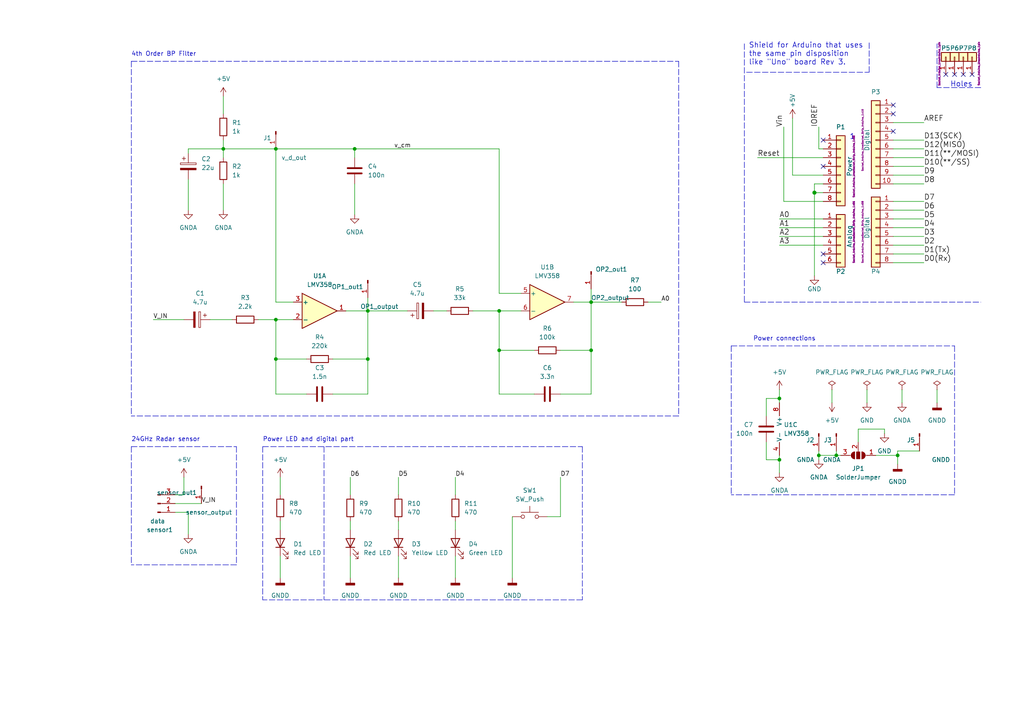
<source format=kicad_sch>
(kicad_sch (version 20211123) (generator eeschema)
  (paper "A4")
  (title_block (title "Radar sensor with 4th order BP filter arduino shield") (date "2022-04-25") (rev "v0.02") (company "h_da") (comment 1 "by 1112948 1112322 1112329") (comment 2 "Mateo Ceballos Querol") (comment 3 "Sri Chaitanya Durga Prasad Mojjada") (comment 4 "Priya Darshini Puniyam Rajendran"))
  (lib_symbols
    (symbol "Amplifier_Operational:LMV358" (pin_names (offset 0.127))
      (property "Reference" "U" (at 0 5.08 0))
      (property "Value" "LMV358" (at 0 -5.08 0))
      (symbol "LMV358_1_1"
        (polyline (pts (xy -5.08 5.08) (xy 5.08 0) (xy -5.08 -5.08) (xy -5.08 5.08)) (stroke (width 0.254)) (fill (type background)))
        (pin output line (at 7.62 0 180) (length 2.54) (name "~") (number "1"))
        (pin input line (at -7.62 -2.54 0) (length 2.54) (name "-") (number "2"))
        (pin input line (at -7.62 2.54 0) (length 2.54) (name "+") (number "3"))
      )
      (symbol "LMV358_2_1"
        (polyline (pts (xy -5.08 5.08) (xy 5.08 0) (xy -5.08 -5.08) (xy -5.08 5.08)) (stroke (width 0.254)) (fill (type background)))
        (pin input line (at -7.62 2.54 0) (length 2.54) (name "+") (number "5"))
        (pin input line (at -7.62 -2.54 0) (length 2.54) (name "-") (number "6"))
        (pin output line (at 7.62 0 180) (length 2.54) (name "~") (number "7"))
      )
      (symbol "LMV358_3_1"
        (pin power_in line (at -2.54 -7.62 90) (length 3.81) (name "V-") (number "4"))
        (pin power_in line (at -2.54 7.62 270) (length 3.81) (name "V+") (number "8"))
      )
    )
    (symbol "Connector:Conn_01x01_Male" (pin_names (offset 1.016) hide)
      (property "Reference" "J" (at 0 2.54 0))
      (property "Value" "Conn_01x01_Male" (at 0 -2.54 0))
      (symbol "Conn_01x01_Male_1_1"
        (polyline (pts (xy 1.27 0) (xy 0.8636 0)) (stroke (width 0.1524)))
        (rectangle (start 0.8636 0.127) (end 0 -0.127) (stroke (width 0.1524)) (fill (type outline)))
        (pin passive line (at 5.08 0 180) (length 3.81) (name "Pin_1") (number "1"))
      )
    )
    (symbol "Connector:Conn_01x03_Male" (pin_names (offset 1.016) hide)
      (property "Reference" "J" (at 0 5.08 0))
      (property "Value" "Conn_01x03_Male" (at 0 -5.08 0))
      (symbol "Conn_01x03_Male_1_1"
        (polyline (pts (xy 1.27 -2.54) (xy 0.8636 -2.54)) (stroke (width 0.1524)))
        (polyline (pts (xy 1.27 0) (xy 0.8636 0)) (stroke (width 0.1524)))
        (polyline (pts (xy 1.27 2.54) (xy 0.8636 2.54)) (stroke (width 0.1524)))
        (rectangle (start 0.8636 -2.413) (end 0 -2.667) (stroke (width 0.1524)) (fill (type outline)))
        (rectangle (start 0.8636 0.127) (end 0 -0.127) (stroke (width 0.1524)) (fill (type outline)))
        (rectangle (start 0.8636 2.667) (end 0 2.413) (stroke (width 0.1524)) (fill (type outline)))
        (pin passive line (at 5.08 2.54 180) (length 3.81) (name "Pin_1") (number "1"))
        (pin passive line (at 5.08 0 180) (length 3.81) (name "Pin_2") (number "2"))
        (pin passive line (at 5.08 -2.54 180) (length 3.81) (name "Pin_3") (number "3"))
      )
    )
    (symbol "Connector_Generic:Conn_01x01" (pin_names (offset 1.016) hide)
      (property "Reference" "J" (at 0 2.54 0))
      (property "Value" "Conn_01x01" (at 0 -2.54 0))
      (symbol "Conn_01x01_1_1"
        (rectangle (start -1.27 0.127) (end 0 -0.127) (stroke (width 0.1524)))
        (rectangle (start -1.27 1.27) (end 1.27 -1.27) (stroke (width 0.254)) (fill (type background)))
        (pin passive line (at -5.08 0 0) (length 3.81) (name "Pin_1") (number "1"))
      )
    )
    (symbol "Connector_Generic:Conn_01x06" (pin_names (offset 1.016) hide)
      (property "Reference" "J" (at 0 7.62 0))
      (property "Value" "Conn_01x06" (at 0 -10.16 0))
      (symbol "Conn_01x06_1_1"
        (rectangle (start -1.27 -7.493) (end 0 -7.747) (stroke (width 0.1524)))
        (rectangle (start -1.27 -4.953) (end 0 -5.207) (stroke (width 0.1524)))
        (rectangle (start -1.27 -2.413) (end 0 -2.667) (stroke (width 0.1524)))
        (rectangle (start -1.27 0.127) (end 0 -0.127) (stroke (width 0.1524)))
        (rectangle (start -1.27 2.667) (end 0 2.413) (stroke (width 0.1524)))
        (rectangle (start -1.27 5.207) (end 0 4.953) (stroke (width 0.1524)))
        (rectangle (start -1.27 6.35) (end 1.27 -8.89) (stroke (width 0.254)) (fill (type background)))
        (pin passive line (at -5.08 5.08 0) (length 3.81) (name "Pin_1") (number "1"))
        (pin passive line (at -5.08 2.54 0) (length 3.81) (name "Pin_2") (number "2"))
        (pin passive line (at -5.08 0 0) (length 3.81) (name "Pin_3") (number "3"))
        (pin passive line (at -5.08 -2.54 0) (length 3.81) (name "Pin_4") (number "4"))
        (pin passive line (at -5.08 -5.08 0) (length 3.81) (name "Pin_5") (number "5"))
        (pin passive line (at -5.08 -7.62 0) (length 3.81) (name "Pin_6") (number "6"))
      )
    )
    (symbol "Connector_Generic:Conn_01x08" (pin_names (offset 1.016) hide)
      (property "Reference" "J" (at 0 10.16 0))
      (property "Value" "Conn_01x08" (at 0 -12.7 0))
      (symbol "Conn_01x08_1_1"
        (rectangle (start -1.27 -10.033) (end 0 -10.287) (stroke (width 0.1524)))
        (rectangle (start -1.27 -7.493) (end 0 -7.747) (stroke (width 0.1524)))
        (rectangle (start -1.27 -4.953) (end 0 -5.207) (stroke (width 0.1524)))
        (rectangle (start -1.27 -2.413) (end 0 -2.667) (stroke (width 0.1524)))
        (rectangle (start -1.27 0.127) (end 0 -0.127) (stroke (width 0.1524)))
        (rectangle (start -1.27 2.667) (end 0 2.413) (stroke (width 0.1524)))
        (rectangle (start -1.27 5.207) (end 0 4.953) (stroke (width 0.1524)))
        (rectangle (start -1.27 7.747) (end 0 7.493) (stroke (width 0.1524)))
        (rectangle (start -1.27 8.89) (end 1.27 -11.43) (stroke (width 0.254)) (fill (type background)))
        (pin passive line (at -5.08 7.62 0) (length 3.81) (name "Pin_1") (number "1"))
        (pin passive line (at -5.08 5.08 0) (length 3.81) (name "Pin_2") (number "2"))
        (pin passive line (at -5.08 2.54 0) (length 3.81) (name "Pin_3") (number "3"))
        (pin passive line (at -5.08 0 0) (length 3.81) (name "Pin_4") (number "4"))
        (pin passive line (at -5.08 -2.54 0) (length 3.81) (name "Pin_5") (number "5"))
        (pin passive line (at -5.08 -5.08 0) (length 3.81) (name "Pin_6") (number "6"))
        (pin passive line (at -5.08 -7.62 0) (length 3.81) (name "Pin_7") (number "7"))
        (pin passive line (at -5.08 -10.16 0) (length 3.81) (name "Pin_8") (number "8"))
      )
    )
    (symbol "Connector_Generic:Conn_01x10" (pin_names (offset 1.016) hide)
      (property "Reference" "J" (at 0 12.7 0))
      (property "Value" "Conn_01x10" (at 0 -15.24 0))
      (symbol "Conn_01x10_1_1"
        (rectangle (start -1.27 -12.573) (end 0 -12.827) (stroke (width 0.1524)))
        (rectangle (start -1.27 -10.033) (end 0 -10.287) (stroke (width 0.1524)))
        (rectangle (start -1.27 -7.493) (end 0 -7.747) (stroke (width 0.1524)))
        (rectangle (start -1.27 -4.953) (end 0 -5.207) (stroke (width 0.1524)))
        (rectangle (start -1.27 -2.413) (end 0 -2.667) (stroke (width 0.1524)))
        (rectangle (start -1.27 0.127) (end 0 -0.127) (stroke (width 0.1524)))
        (rectangle (start -1.27 2.667) (end 0 2.413) (stroke (width 0.1524)))
        (rectangle (start -1.27 5.207) (end 0 4.953) (stroke (width 0.1524)))
        (rectangle (start -1.27 7.747) (end 0 7.493) (stroke (width 0.1524)))
        (rectangle (start -1.27 10.287) (end 0 10.033) (stroke (width 0.1524)))
        (rectangle (start -1.27 11.43) (end 1.27 -13.97) (stroke (width 0.254)) (fill (type background)))
        (pin passive line (at -5.08 10.16 0) (length 3.81) (name "Pin_1") (number "1"))
        (pin passive line (at -5.08 -12.7 0) (length 3.81) (name "Pin_10") (number "10"))
        (pin passive line (at -5.08 7.62 0) (length 3.81) (name "Pin_2") (number "2"))
        (pin passive line (at -5.08 5.08 0) (length 3.81) (name "Pin_3") (number "3"))
        (pin passive line (at -5.08 2.54 0) (length 3.81) (name "Pin_4") (number "4"))
        (pin passive line (at -5.08 0 0) (length 3.81) (name "Pin_5") (number "5"))
        (pin passive line (at -5.08 -2.54 0) (length 3.81) (name "Pin_6") (number "6"))
        (pin passive line (at -5.08 -5.08 0) (length 3.81) (name "Pin_7") (number "7"))
        (pin passive line (at -5.08 -7.62 0) (length 3.81) (name "Pin_8") (number "8"))
        (pin passive line (at -5.08 -10.16 0) (length 3.81) (name "Pin_9") (number "9"))
      )
    )
    (symbol "Device:C" (pin_numbers hide) (pin_names (offset 0.254))
      (property "Reference" "C" (at 0.635 2.54 0))
      (property "Value" "C" (at 0.635 -2.54 0))
      (symbol "C_0_1"
        (polyline (pts (xy -2.032 -0.762) (xy 2.032 -0.762)) (stroke (width 0.508)))
        (polyline (pts (xy -2.032 0.762) (xy 2.032 0.762)) (stroke (width 0.508)))
      )
      (symbol "C_1_1"
        (pin passive line (at 0 3.81 270) (length 2.794) (name "~") (number "1"))
        (pin passive line (at 0 -3.81 90) (length 2.794) (name "~") (number "2"))
      )
    )
    (symbol "Device:C_Polarized" (pin_numbers hide) (pin_names (offset 0.254))
      (property "Reference" "C" (at 0.635 2.54 0))
      (property "Value" "C_Polarized" (at 0.635 -2.54 0))
      (symbol "C_Polarized_0_1"
        (rectangle (start -2.286 0.508) (end 2.286 1.016))
        (polyline (pts (xy -1.778 2.286) (xy -0.762 2.286)))
        (polyline (pts (xy -1.27 2.794) (xy -1.27 1.778)))
        (rectangle (start 2.286 -0.508) (end -2.286 -1.016) (fill (type outline)))
      )
      (symbol "C_Polarized_1_1"
        (pin passive line (at 0 3.81 270) (length 2.794) (name "~") (number "1"))
        (pin passive line (at 0 -3.81 90) (length 2.794) (name "~") (number "2"))
      )
    )
    (symbol "Device:LED" (pin_numbers hide) (pin_names (offset 1.016) hide)
      (property "Reference" "D" (at 0 2.54 0))
      (property "Value" "LED" (at 0 -2.54 0))
      (symbol "LED_0_1"
        (polyline (pts (xy -1.27 -1.27) (xy -1.27 1.27)) (stroke (width 0.254)))
        (polyline (pts (xy -1.27 0) (xy 1.27 0)))
        (polyline (pts (xy 1.27 -1.27) (xy 1.27 1.27) (xy -1.27 0) (xy 1.27 -1.27)) (stroke (width 0.254)))
        (polyline (pts (xy -3.048 -0.762) (xy -4.572 -2.286) (xy -3.81 -2.286) (xy -4.572 -2.286) (xy -4.572 -1.524)))
        (polyline (pts (xy -1.778 -0.762) (xy -3.302 -2.286) (xy -2.54 -2.286) (xy -3.302 -2.286) (xy -3.302 -1.524)))
      )
      (symbol "LED_1_1"
        (pin passive line (at -3.81 0 0) (length 2.54) (name "K") (number "1"))
        (pin passive line (at 3.81 0 180) (length 2.54) (name "A") (number "2"))
      )
    )
    (symbol "Device:R" (pin_numbers hide) (pin_names (offset 0))
      (property "Reference" "R" (at 2.032 0 90))
      (property "Value" "R" (at 0 0 90))
      (symbol "R_0_1"
        (rectangle (start -1.016 -2.54) (end 1.016 2.54) (stroke (width 0.254)))
      )
      (symbol "R_1_1"
        (pin passive line (at 0 3.81 270) (length 1.27) (name "~") (number "1"))
        (pin passive line (at 0 -3.81 90) (length 1.27) (name "~") (number "2"))
      )
    )
    (symbol "Jumper:SolderJumper_3_Open" (pin_names (offset 0) hide)
      (property "Reference" "JP" (at -2.54 -2.54 0))
      (property "Value" "SolderJumper_3_Open" (at 0 2.794 0))
      (symbol "SolderJumper_3_Open_0_1"
        (arc (start -1.016 1.016) (mid -2.032 0) (end -1.016 -1.016))
        (arc (start -1.016 1.016) (mid -2.032 0) (end -1.016 -1.016) (fill (type outline)))
        (rectangle (start -0.508 1.016) (end 0.508 -1.016) (fill (type outline)))
        (polyline (pts (xy -2.54 0) (xy -2.032 0)))
        (polyline (pts (xy -1.016 1.016) (xy -1.016 -1.016)))
        (polyline (pts (xy 0 -1.27) (xy 0 -1.016)))
        (polyline (pts (xy 1.016 1.016) (xy 1.016 -1.016)))
        (polyline (pts (xy 2.54 0) (xy 2.032 0)))
        (arc (start 1.016 -1.016) (mid 2.032 0) (end 1.016 1.016))
        (arc (start 1.016 -1.016) (mid 2.032 0) (end 1.016 1.016) (fill (type outline)))
      )
      (symbol "SolderJumper_3_Open_1_1"
        (pin passive line (at -5.08 0 0) (length 2.54) (name "A") (number "1"))
        (pin passive line (at 0 -3.81 90) (length 2.54) (name "C") (number "2"))
        (pin passive line (at 5.08 0 180) (length 2.54) (name "B") (number "3"))
      )
    )
    (symbol "Switch:SW_Push" (pin_numbers hide) (pin_names (offset 1.016) hide)
      (property "Reference" "SW" (at 1.27 2.54 0))
      (property "Value" "SW_Push" (at 0 -1.524 0))
      (symbol "SW_Push_0_1"
        (circle (center -2.032 0) (radius 0.508))
        (polyline (pts (xy 0 1.27) (xy 0 3.048)))
        (polyline (pts (xy 2.54 1.27) (xy -2.54 1.27)))
        (circle (center 2.032 0) (radius 0.508))
        (pin passive line (at -5.08 0 0) (length 2.54) (name "1") (number "1"))
        (pin passive line (at 5.08 0 180) (length 2.54) (name "2") (number "2"))
      )
    )
    (symbol "power:+5V" (power) (pin_names (offset 0))
      (property "Value" "+5V" (at 0 3.556 0))
      (symbol "+5V_0_1"
        (polyline (pts (xy -0.762 1.27) (xy 0 2.54)))
        (polyline (pts (xy 0 0) (xy 0 2.54)))
        (polyline (pts (xy 0 2.54) (xy 0.762 1.27)))
      )
      (symbol "+5V_1_1"
        (pin power_in line (at 0 0 90) (length 0) hide (name "+5V") (number "1"))
      )
    )
    (symbol "power:GND" (power) (pin_names (offset 0))
      (property "Value" "GND" (at 0 -3.81 0))
      (symbol "GND_0_1"
        (polyline (pts (xy 0 0) (xy 0 -1.27) (xy 1.27 -1.27) (xy 0 -2.54) (xy -1.27 -1.27) (xy 0 -1.27)))
      )
      (symbol "GND_1_1"
        (pin power_in line (at 0 0 270) (length 0) hide (name "GND") (number "1"))
      )
    )
    (symbol "power:GNDA" (power) (pin_names (offset 0))
      (property "Value" "GNDA" (at 0 -3.81 0))
      (symbol "GNDA_0_1"
        (polyline (pts (xy 0 0) (xy 0 -1.27) (xy 1.27 -1.27) (xy 0 -2.54) (xy -1.27 -1.27) (xy 0 -1.27)))
      )
      (symbol "GNDA_1_1"
        (pin power_in line (at 0 0 270) (length 0) hide (name "GNDA") (number "1"))
      )
    )
    (symbol "power:GNDD" (power) (pin_names (offset 0))
      (property "Value" "GNDD" (at 0 -3.175 0))
      (symbol "GNDD_0_1"
        (rectangle (start -1.27 -1.524) (end 1.27 -2.032) (stroke (width 0.254)) (fill (type outline)))
        (polyline (pts (xy 0 0) (xy 0 -1.524)))
      )
      (symbol "GNDD_1_1"
        (pin power_in line (at 0 0 270) (length 0) hide (name "GNDD") (number "1"))
      )
    )
    (symbol "power:PWR_FLAG" (power) (pin_numbers hide) (pin_names (offset 0) hide)
      (property "Value" "PWR_FLAG" (at 0 3.81 0))
      (symbol "PWR_FLAG_0_0"
        (pin power_out line (at 0 0 90) (length 0) (name "pwr") (number "1"))
      )
      (symbol "PWR_FLAG_0_1"
        (polyline (pts (xy 0 0) (xy 0 1.27) (xy -1.016 1.905) (xy 0 2.54) (xy 1.016 1.905) (xy 0 1.27)))
      )
    )
  )
  (junction (at 144.78 90.17))
  (junction (at 80.01 104.14))
  (junction (at 106.68 104.14))
  (junction (at 80.01 92.71))
  (junction (at 260.35 132.08))
  (junction (at 80.01 43.18))
  (junction (at 64.77 43.18))
  (junction (at 242.57 132.08))
  (junction (at 102.87 43.18))
  (junction (at 171.45 87.63))
  (junction (at 236.22 55.88) (diameter 1.016))
  (junction (at 171.45 101.6))
  (junction (at 144.78 101.6))
  (junction (at 226.06 115.57))
  (junction (at 237.49 132.08))
  (junction (at 106.68 90.17))
  (junction (at 226.06 133.35))
  (no_connect (at 279.4 21.59))
  (no_connect (at 274.32 21.59))
  (no_connect (at 238.76 76.2))
  (no_connect (at 238.76 73.66))
  (no_connect (at 276.86 21.59))
  (no_connect (at 259.08 38.1))
  (no_connect (at 281.94 21.59))
  (no_connect (at 238.76 40.64))
  (no_connect (at 238.76 48.26))
  (no_connect (at 259.08 33.02))
  (no_connect (at 259.08 30.48))
  (wire (pts (xy 106.68 104.14) (xy 106.68 90.17)))
  (wire (pts (xy 88.9 104.14) (xy 80.01 104.14)))
  (wire (pts (xy 248.92 124.46) (xy 256.54 124.46)))
  (wire (pts (xy 96.52 104.14) (xy 106.68 104.14)))
  (wire (pts (xy 222.25 115.57) (xy 226.06 115.57)))
  (wire (pts (xy 226.06 132.08) (xy 226.06 133.35)))
  (wire (pts (xy 226.06 113.03) (xy 226.06 115.57)))
  (wire (pts (xy 238.76 71.12) (xy 226.06 71.12)))
  (polyline (pts (xy 68.58 129.54) (xy 68.58 163.83)))
  (wire (pts (xy 115.57 151.13) (xy 115.57 153.67)))
  (polyline (pts (xy 68.58 163.83) (xy 38.1 163.83)))
  (wire (pts (xy 106.68 114.3) (xy 106.68 104.14)))
  (polyline (pts (xy 252.095 20.955) (xy 252.095 12.065)) (stroke (width 0) (type dash)))
  (wire (pts (xy 256.54 124.46) (xy 256.54 125.73)))
  (wire (pts (xy 162.56 138.43) (xy 162.56 149.86)))
  (wire (pts (xy 259.08 63.5) (xy 267.97 63.5)))
  (wire (pts (xy 226.06 133.35) (xy 226.06 137.16)))
  (wire (pts (xy 144.78 114.3) (xy 144.78 101.6)))
  (wire (pts (xy 137.16 90.17) (xy 144.78 90.17)))
  (wire (pts (xy 154.94 101.6) (xy 144.78 101.6)))
  (wire (pts (xy 60.96 92.71) (xy 67.31 92.71)))
  (wire (pts (xy 115.57 138.43) (xy 115.57 143.51)))
  (wire (pts (xy 162.56 101.6) (xy 171.45 101.6)))
  (wire (pts (xy 271.78 113.03) (xy 271.78 116.84)))
  (wire (pts (xy 50.8 146.05) (xy 58.42 146.05)))
  (wire (pts (xy 236.22 53.34) (xy 236.22 55.88)))
  (wire (pts (xy 101.6 138.43) (xy 101.6 143.51)))
  (wire (pts (xy 171.45 87.63) (xy 180.34 87.63)))
  (polyline (pts (xy 38.1 17.78) (xy 38.1 120.65)))
  (wire (pts (xy 259.08 43.18) (xy 267.97 43.18)))
  (wire (pts (xy 81.28 138.43) (xy 81.28 143.51)))
  (wire (pts (xy 132.08 138.43) (xy 132.08 143.51)))
  (wire (pts (xy 85.09 87.63) (xy 80.01 87.63)))
  (wire (pts (xy 238.76 53.34) (xy 236.22 53.34)))
  (polyline (pts (xy 38.1 129.54) (xy 68.58 129.54)))
  (wire (pts (xy 251.46 113.03) (xy 251.46 116.84)))
  (wire (pts (xy 80.01 114.3) (xy 80.01 104.14)))
  (wire (pts (xy 80.01 92.71) (xy 80.01 104.14)))
  (wire (pts (xy 64.77 27.94) (xy 64.77 33.02)))
  (wire (pts (xy 226.06 115.57) (xy 226.06 116.84)))
  (polyline (pts (xy 76.2 129.54) (xy 76.2 173.99)))
  (wire (pts (xy 154.94 114.3) (xy 144.78 114.3)))
  (wire (pts (xy 64.77 43.18) (xy 80.01 43.18)))
  (wire (pts (xy 259.08 53.34) (xy 267.97 53.34)))
  (wire (pts (xy 237.49 43.18) (xy 238.76 43.18)))
  (wire (pts (xy 238.76 50.8) (xy 229.87 50.8)))
  (wire (pts (xy 237.49 132.08) (xy 242.57 132.08)))
  (wire (pts (xy 222.25 120.65) (xy 222.25 115.57)))
  (wire (pts (xy 81.28 161.29) (xy 81.28 167.64)))
  (wire (pts (xy 50.8 148.59) (xy 54.61 148.59)))
  (polyline (pts (xy 276.86 143.51) (xy 212.09 143.51)))
  (wire (pts (xy 44.45 92.71) (xy 53.34 92.71)))
  (wire (pts (xy 115.57 161.29) (xy 115.57 167.64)))
  (wire (pts (xy 80.01 43.18) (xy 80.01 87.63)))
  (wire (pts (xy 259.08 40.64) (xy 267.97 40.64)))
  (wire (pts (xy 237.49 130.81) (xy 237.49 132.08)))
  (wire (pts (xy 144.78 101.6) (xy 144.78 90.17)))
  (polyline (pts (xy 212.09 100.33) (xy 276.86 100.33)))
  (wire (pts (xy 259.08 58.42) (xy 267.97 58.42)))
  (wire (pts (xy 238.76 66.04) (xy 226.06 66.04)))
  (wire (pts (xy 106.68 90.17) (xy 100.33 90.17)))
  (wire (pts (xy 248.92 128.27) (xy 248.92 124.46)))
  (wire (pts (xy 259.08 71.12) (xy 267.97 71.12)))
  (wire (pts (xy 260.35 134.62) (xy 260.35 132.08)))
  (wire (pts (xy 101.6 161.29) (xy 101.6 167.64)))
  (polyline (pts (xy 76.2 129.54) (xy 168.91 129.54)))
  (wire (pts (xy 64.77 53.34) (xy 64.77 60.96)))
  (wire (pts (xy 238.76 58.42) (xy 227.33 58.42)))
  (wire (pts (xy 54.61 43.18) (xy 64.77 43.18)))
  (wire (pts (xy 102.87 45.72) (xy 102.87 43.18)))
  (wire (pts (xy 132.08 161.29) (xy 132.08 167.64)))
  (wire (pts (xy 171.45 87.63) (xy 166.37 87.63)))
  (wire (pts (xy 242.57 130.81) (xy 242.57 132.08)))
  (wire (pts (xy 238.76 63.5) (xy 226.06 63.5)))
  (wire (pts (xy 102.87 53.34) (xy 102.87 62.23)))
  (wire (pts (xy 171.45 83.82) (xy 171.45 87.63)))
  (wire (pts (xy 54.61 148.59) (xy 54.61 154.94)))
  (polyline (pts (xy 38.1 129.54) (xy 38.1 163.83)))
  (polyline (pts (xy 276.86 100.33) (xy 276.86 143.51)))
  (polyline (pts (xy 93.98 129.54) (xy 93.98 173.99)))
  (wire (pts (xy 259.08 45.72) (xy 267.97 45.72)))
  (wire (pts (xy 96.52 114.3) (xy 106.68 114.3)))
  (wire (pts (xy 144.78 43.18) (xy 102.87 43.18)))
  (wire (pts (xy 81.28 151.13) (xy 81.28 153.67)))
  (polyline (pts (xy 284.48 25.4) (xy 271.78 25.4)) (stroke (width 0) (type dash)))
  (wire (pts (xy 64.77 40.64) (xy 64.77 43.18)))
  (wire (pts (xy 238.76 45.72) (xy 219.71 45.72)))
  (polyline (pts (xy 38.1 17.78) (xy 196.85 17.78)))
  (wire (pts (xy 238.76 55.88) (xy 236.22 55.88)))
  (wire (pts (xy 259.08 50.8) (xy 267.97 50.8)))
  (wire (pts (xy 54.61 43.18) (xy 54.61 44.45)))
  (wire (pts (xy 237.49 133.35) (xy 237.49 132.08)))
  (polyline (pts (xy 212.09 100.33) (xy 212.09 143.51)))
  (wire (pts (xy 260.35 132.08) (xy 254 132.08)))
  (wire (pts (xy 266.7 130.81) (xy 260.35 130.81)))
  (wire (pts (xy 236.22 55.88) (xy 236.22 80.01)))
  (wire (pts (xy 144.78 85.09) (xy 151.13 85.09)))
  (wire (pts (xy 227.33 58.42) (xy 227.33 36.83)))
  (wire (pts (xy 125.73 90.17) (xy 129.54 90.17)))
  (polyline (pts (xy 215.9 87.63) (xy 284.48 87.63)) (stroke (width 0) (type dash)))
  (wire (pts (xy 222.25 128.27) (xy 222.25 133.35)))
  (wire (pts (xy 259.08 68.58) (xy 267.97 68.58)))
  (wire (pts (xy 260.35 130.81) (xy 260.35 132.08)))
  (wire (pts (xy 261.62 113.03) (xy 261.62 116.84)))
  (wire (pts (xy 259.08 73.66) (xy 267.97 73.66)))
  (wire (pts (xy 242.57 132.08) (xy 243.84 132.08)))
  (polyline (pts (xy 271.78 25.4) (xy 271.78 12.7)) (stroke (width 0) (type dash)))
  (wire (pts (xy 171.45 114.3) (xy 171.45 101.6)))
  (wire (pts (xy 88.9 114.3) (xy 80.01 114.3)))
  (wire (pts (xy 259.08 60.96) (xy 267.97 60.96)))
  (wire (pts (xy 229.87 50.8) (xy 229.87 34.29)))
  (wire (pts (xy 80.01 92.71) (xy 85.09 92.71)))
  (wire (pts (xy 171.45 101.6) (xy 171.45 87.63)))
  (wire (pts (xy 148.59 149.86) (xy 148.59 167.64)))
  (polyline (pts (xy 196.85 120.65) (xy 38.1 120.65)))
  (wire (pts (xy 162.56 114.3) (xy 171.45 114.3)))
  (wire (pts (xy 187.96 87.63) (xy 191.77 87.63)))
  (wire (pts (xy 74.93 92.71) (xy 80.01 92.71)))
  (wire (pts (xy 259.08 66.04) (xy 267.97 66.04)))
  (polyline (pts (xy 168.91 173.99) (xy 76.2 173.99)))
  (polyline (pts (xy 168.91 129.54) (xy 168.91 173.99)))
  (wire (pts (xy 222.25 133.35) (xy 226.06 133.35)))
  (wire (pts (xy 259.08 35.56) (xy 267.97 35.56)))
  (polyline (pts (xy 215.9 12.7) (xy 215.9 87.63)) (stroke (width 0) (type dash)))
  (wire (pts (xy 241.3 113.03) (xy 241.3 116.84)))
  (wire (pts (xy 80.01 43.18) (xy 102.87 43.18)))
  (wire (pts (xy 106.68 90.17) (xy 118.11 90.17)))
  (wire (pts (xy 237.49 36.83) (xy 237.49 43.18)))
  (wire (pts (xy 144.78 90.17) (xy 151.13 90.17)))
  (wire (pts (xy 158.75 149.86) (xy 162.56 149.86)))
  (wire (pts (xy 106.68 86.36) (xy 106.68 90.17)))
  (wire (pts (xy 64.77 43.18) (xy 64.77 45.72)))
  (wire (pts (xy 101.6 151.13) (xy 101.6 153.67)))
  (wire (pts (xy 259.08 76.2) (xy 267.97 76.2)))
  (wire (pts (xy 259.08 48.26) (xy 267.97 48.26)))
  (wire (pts (xy 53.34 143.51) (xy 53.34 138.43)))
  (wire (pts (xy 144.78 85.09) (xy 144.78 43.18)))
  (wire (pts (xy 54.61 52.07) (xy 54.61 60.96)))
  (polyline (pts (xy 196.85 17.78) (xy 196.85 120.65)))
  (wire (pts (xy 238.76 68.58) (xy 226.06 68.58)))
  (wire (pts (xy 50.8 143.51) (xy 53.34 143.51)))
  (polyline (pts (xy 216.535 20.955) (xy 252.095 20.955)) (stroke (width 0) (type dash)))
  (wire (pts (xy 132.08 151.13) (xy 132.08 153.67)))
  (text "4th Order BP Filter\n" (at 38.1 16.51 0) (effects (font (size 1.27 1.27)) (justify left bottom)))
  (text "24GHz Radar sensor" (at 38.1 128.27 0) (effects (font (size 1.27 1.27)) (justify left bottom)))
  (text "Power LED and digital part\n" (at 76.2 128.27 0) (effects (font (size 1.27 1.27)) (justify left bottom)))
  (text "Holes" (at 275.59 25.4 0) (effects (font (size 1.524 1.524)) (justify left bottom)))
  (text "Shield for Arduino that uses\nthe same pin disposition\nlike \"Uno\" board Rev 3." (at 217.17 19.05 0) (effects (font (size 1.524 1.524)) (justify left bottom)))
  (text "Power connections\n" (at 218.44 99.06 0) (effects (font (size 1.27 1.27)) (justify left bottom)))
  (text "1" (at 246.38 40.64 0) (effects (font (size 1.524 1.524)) (justify left bottom)))
  (label "Vin" (at 227.33 36.83 90) (effects (font (size 1.524 1.524))))
  (label "D0(Rx)" (at 267.97 76.2 0) (effects (font (size 1.524 1.524))))
  (label "D6" (at 101.6 138.43 0))
  (label "A0" (at 191.77 87.63 0))
  (label "D4" (at 267.97 66.04 0) (effects (font (size 1.524 1.524))))
  (label "D5" (at 267.97 63.5 0) (effects (font (size 1.524 1.524))))
  (label "A2" (at 226.06 68.58 0) (effects (font (size 1.524 1.524))))
  (label "A0" (at 226.06 63.5 0) (effects (font (size 1.524 1.524))))
  (label "A1" (at 226.06 66.04 0) (effects (font (size 1.524 1.524))))
  (label "D7" (at 162.56 138.43 0))
  (label "D10(**{slash}SS)" (at 267.97 48.26 0) (effects (font (size 1.524 1.524))))
  (label "D13(SCK)" (at 267.97 40.64 0) (effects (font (size 1.524 1.524))))
  (label "D4" (at 132.08 138.43 0))
  (label "D7" (at 267.97 58.42 0) (effects (font (size 1.524 1.524))))
  (label "D5" (at 115.57 138.43 0))
  (label "A3" (at 226.06 71.12 0) (effects (font (size 1.524 1.524))))
  (label "Reset" (at 219.71 45.72 0) (effects (font (size 1.524 1.524))))
  (label "D2" (at 267.97 71.12 0) (effects (font (size 1.524 1.524))))
  (label "D12(MISO)" (at 267.97 43.18 0) (effects (font (size 1.524 1.524))))
  (label "D3" (at 267.97 68.58 0) (effects (font (size 1.524 1.524))))
  (label "D9" (at 267.97 50.8 0) (effects (font (size 1.524 1.524))))
  (label "V_IN" (at 58.42 146.05 0))
  (label "D8" (at 267.97 53.34 0) (effects (font (size 1.524 1.524))))
  (label "v_cm" (at 114.3 43.18 0))
  (label "V_IN" (at 44.45 92.71 0))
  (label "IOREF" (at 237.49 36.83 90) (effects (font (size 1.524 1.524))))
  (label "AREF" (at 267.97 35.56 0) (effects (font (size 1.524 1.524))))
  (label "D11(**{slash}MOSI)" (at 267.97 45.72 0) (effects (font (size 1.524 1.524))))
  (label "D1(Tx)" (at 267.97 73.66 0) (effects (font (size 1.524 1.524))))
  (label "D6" (at 267.97 60.96 0) (effects (font (size 1.524 1.524))))
  (symbol (lib_id "Connector_Generic:Conn_01x08") (at 243.84 48.26 0) (unit 1)
    (property "Reference" "P1" (at 243.84 36.83 0))
    (property "Value" "Power" (at 246.38 48.26 90))
    (property "Footprint" "Socket_Arduino_Uno:Socket_Strip_Arduino_1x08" (at 247.65 48.26 90) (effects (font (size 0.508 0.508))))
  )
  (symbol (lib_id "power:+5V") (at 229.87 34.29 0) (unit 1)
    (property "Reference" "#PWR02" (effects hide))
    (property "Value" "+5V" (at 229.87 29.21 90))
  )
  (symbol (lib_id "power:GND") (at 236.22 80.01 0) (unit 1)
    (property "Reference" "#PWR03" (effects hide))
    (property "Value" "GND" (at 236.22 83.82 0))
  )
  (symbol (lib_id "Connector_Generic:Conn_01x06") (at 243.84 68.58 0) (unit 1)
    (property "Reference" "P2" (at 243.84 78.74 0))
    (property "Value" "Analog" (at 246.38 68.58 90))
    (property "Footprint" "Socket_Arduino_Uno:Socket_Strip_Arduino_1x06" (at 247.65 67.31 90) (effects (font (size 0.508 0.508))))
  )
  (symbol (lib_id "Connector_Generic:Conn_01x01") (at 274.32 16.51 90) (unit 1)
    (property "Reference" "P5" (at 274.32 13.97 90))
    (property "Value" "CONN_01X01" (effects hide))
    (property "Footprint" "Socket_Arduino_Uno:Arduino_1pin" (at 272.4404 18.5166 0) (effects (font (size 0.508 0.508))))
  )
  (symbol (lib_id "Connector_Generic:Conn_01x01") (at 276.86 16.51 90) (unit 1)
    (property "Reference" "P6" (at 276.86 13.97 90))
    (property "Value" "CONN_01X01" (effects hide))
    (property "Footprint" "Socket_Arduino_Uno:Arduino_1pin" (effects hide))
  )
  (symbol (lib_id "Connector_Generic:Conn_01x01") (at 279.4 16.51 90) (unit 1)
    (property "Reference" "P7" (at 279.4 13.97 90))
    (property "Value" "CONN_01X01" (effects hide))
    (property "Footprint" "Socket_Arduino_Uno:Arduino_1pin" (effects hide))
  )
  (symbol (lib_id "Connector_Generic:Conn_01x01") (at 281.94 16.51 90) (unit 1)
    (property "Reference" "P8" (at 281.94 13.97 90))
    (property "Value" "CONN_01X01" (effects hide))
    (property "Footprint" "Socket_Arduino_Uno:Arduino_1pin" (at 283.9212 18.4404 0) (effects (font (size 0.508 0.508))))
  )
  (symbol (lib_id "Connector_Generic:Conn_01x08") (at 254 66.04 0) (mirror y) (unit 1)
    (property "Reference" "P4" (at 254 78.74 0))
    (property "Value" "Digital" (at 251.46 66.04 90))
    (property "Footprint" "Socket_Arduino_Uno:Socket_Strip_Arduino_1x08" (at 250.19 67.31 90) (effects (font (size 0.508 0.508))))
  )
  (symbol (lib_id "Connector_Generic:Conn_01x10") (at 254 40.64 0) (mirror y) (unit 1)
    (property "Reference" "P3" (at 254 26.67 0))
    (property "Value" "Digital" (at 251.46 40.64 90))
    (property "Footprint" "Socket_Arduino_Uno:Socket_Strip_Arduino_1x10" (at 250.19 40.64 90) (effects (font (size 0.508 0.508))))
  )
  (symbol (lib_id "power:GNDD") (at 101.6 167.64 0) (unit 1)
    (property "Reference" "#PWR05" (effects hide))
    (property "Value" "GNDD" (at 101.6 172.72 0))
  )
  (symbol (lib_id "power:PWR_FLAG") (at 271.78 113.03 0) (unit 1)
    (property "Reference" "#FLG01" (effects hide))
    (property "Value" "PWR_FLAG" (at 271.78 107.95 0))
  )
  (symbol (lib_id "Device:R") (at 158.75 101.6 90) (unit 1)
    (property "Reference" "R6" (at 158.75 95.25 90))
    (property "Value" "100k" (at 158.75 97.79 90))
    (property "Footprint" "Resistor_THT:R_Axial_DIN0207_L6.3mm_D2.5mm_P10.16mm_Horizontal" (effects hide))
  )
  (symbol (lib_id "Device:C") (at 102.87 49.53 0) (unit 1)
    (property "Reference" "C4" (at 106.68 48.2599 0) (effects (justify left)))
    (property "Value" "100n" (at 106.68 50.7999 0) (effects (justify left)))
    (property "Footprint" "Capacitor_THT:C_Rect_L7.2mm_W3.5mm_P5.00mm_FKS2_FKP2_MKS2_MKP2" (effects hide))
  )
  (symbol (lib_id "power:GND") (at 251.46 116.84 0) (unit 1)
    (property "Reference" "#PWR0101" (effects hide))
    (property "Value" "GND" (at 251.46 121.92 0))
  )
  (symbol (lib_id "power:+5V") (at 81.28 138.43 0) (unit 1)
    (property "Reference" "#PWR011" (effects hide))
    (property "Value" "+5V" (at 81.28 133.35 0))
  )
  (symbol (lib_id "Amplifier_Operational:LMV358") (at 228.6 124.46 0) (unit 3)
    (property "Reference" "U1" (at 227.33 123.1899 0) (effects (justify left)))
    (property "Value" "LMV358" (at 227.33 125.7299 0) (effects (justify left)))
    (property "Footprint" "Package_DIP:DIP-8_W7.62mm_Socket" (effects hide))
    (property "Datasheet" "http://www.ti.com/lit/ds/symlink/lmv324.pdf" (effects hide))
  )
  (symbol (lib_id "power:GNDD") (at 115.57 167.64 0) (unit 1)
    (property "Reference" "#PWR07" (effects hide))
    (property "Value" "GNDD" (at 115.57 172.72 0))
  )
  (symbol (lib_id "Device:C_Polarized") (at 121.92 90.17 90) (unit 1)
    (property "Reference" "C5" (at 121.031 82.55 90))
    (property "Value" "4.7u" (at 121.031 85.09 90))
    (property "Footprint" "Capacitor_THT:CP_Radial_D5.0mm_P2.50mm" (effects hide))
  )
  (symbol (lib_id "power:GNDA") (at 226.06 137.16 0) (unit 1)
    (property "Reference" "#PWR0104" (effects hide))
    (property "Value" "GNDA" (at 226.06 142.24 0))
  )
  (symbol (lib_id "power:GNDA") (at 102.87 62.23 0) (unit 1)
    (property "Reference" "#PWR0109" (effects hide))
    (property "Value" "GNDA" (at 102.87 67.31 0))
  )
  (symbol (lib_id "Device:R") (at 81.28 147.32 180) (unit 1)
    (property "Reference" "R8" (at 83.82 146.0499 0) (effects (justify right)))
    (property "Value" "470" (at 83.82 148.5899 0) (effects (justify right)))
    (property "Footprint" "Resistor_SMD:R_1206_3216Metric" (effects hide))
  )
  (symbol (lib_id "Connector:Conn_01x03_Male") (at 45.72 146.05 0) (mirror x) (unit 1)
    (property "Reference" "sensor1" (at 46.355 153.67 0))
    (property "Value" "data" (at 45.72 151.13 0))
    (property "Footprint" "Connector_PinSocket_2.00mm:PinSocket_1x03_P2.00mm_Horizontal" (effects hide))
  )
  (symbol (lib_id "Amplifier_Operational:LMV358") (at 158.75 87.63 0) (unit 2)
    (property "Reference" "U1" (at 158.75 77.47 0))
    (property "Value" "LMV358" (at 158.75 80.01 0))
    (property "Footprint" "Package_DIP:DIP-8_W7.62mm_Socket" (effects hide))
    (property "Datasheet" "http://www.ti.com/lit/ds/symlink/lmv324.pdf" (effects hide))
  )
  (symbol (lib_id "power:GNDD") (at 81.28 167.64 0) (unit 1)
    (property "Reference" "#PWR01" (effects hide))
    (property "Value" "GNDD" (at 81.28 172.72 0))
  )
  (symbol (lib_id "power:PWR_FLAG") (at 241.3 113.03 0) (unit 1)
    (property "Reference" "#FLG0101" (effects hide))
    (property "Value" "PWR_FLAG" (at 241.3 107.95 0))
  )
  (symbol (lib_id "Device:LED") (at 101.6 157.48 90) (unit 1)
    (property "Reference" "D2" (at 105.41 157.7974 90) (effects (justify right)))
    (property "Value" "Red LED" (at 105.41 160.3374 90) (effects (justify right)))
    (property "Footprint" "LED_SMD:LED_1206_3216Metric" (effects hide))
  )
  (symbol (lib_id "Device:R") (at 101.6 147.32 180) (unit 1)
    (property "Reference" "R9" (at 104.14 146.0499 0) (effects (justify right)))
    (property "Value" "470" (at 104.14 148.5899 0) (effects (justify right)))
    (property "Footprint" "Resistor_SMD:R_1206_3216Metric" (effects hide))
  )
  (symbol (lib_id "Jumper:SolderJumper_3_Open") (at 248.92 132.08 180) (unit 1)
    (property "Reference" "JP1" (at 248.92 135.89 0))
    (property "Value" "SolderJumper" (at 248.92 138.43 0))
    (property "Footprint" "Jumper:SolderJumper-3_P1.3mm_Open_Pad1.0x1.5mm" (effects hide))
  )
  (symbol (lib_id "Device:R") (at 115.57 147.32 180) (unit 1)
    (property "Reference" "R10" (at 118.11 146.0499 0) (effects (justify right)))
    (property "Value" "470" (at 118.11 148.5899 0) (effects (justify right)))
    (property "Footprint" "Resistor_SMD:R_1206_3216Metric" (effects hide))
  )
  (symbol (lib_id "power:GNDA") (at 54.61 154.94 0) (unit 1)
    (property "Reference" "#PWR0108" (effects hide))
    (property "Value" "GNDA" (at 54.61 160.02 0))
  )
  (symbol (lib_id "Device:R") (at 64.77 49.53 180) (unit 1)
    (property "Reference" "R2" (at 67.31 48.2599 0) (effects (justify right)))
    (property "Value" "1k" (at 67.31 50.7999 0) (effects (justify right)))
    (property "Footprint" "Resistor_THT:R_Axial_DIN0207_L6.3mm_D2.5mm_P10.16mm_Horizontal" (effects hide))
  )
  (symbol (lib_id "Device:LED") (at 115.57 157.48 90) (unit 1)
    (property "Reference" "D3" (at 119.38 157.7974 90) (effects (justify right)))
    (property "Value" "Yellow LED" (at 119.38 160.3374 90) (effects (justify right)))
    (property "Footprint" "LED_SMD:LED_1206_3216Metric" (effects hide))
  )
  (symbol (lib_id "power:GNDD") (at 260.35 134.62 0) (unit 1)
    (property "Reference" "#PWR014" (effects hide))
    (property "Value" "GNDD" (at 260.35 139.7 0))
  )
  (symbol (lib_id "power:GNDA") (at 261.62 116.84 0) (unit 1)
    (property "Reference" "#PWR0105" (effects hide))
    (property "Value" "GNDA" (at 261.62 121.92 0))
  )
  (symbol (lib_id "Connector:Conn_01x01_Male") (at 171.45 78.74 270) (unit 1)
    (property "Reference" "OP2_out1" (at 172.72 78.1049 90) (effects (justify left)))
    (property "Value" "OP2_output" (at 171.45 86.36 90) (effects (justify left)))
    (property "Footprint" "Connector_PinHeader_1.00mm:PinHeader_1x01_P1.00mm_Vertical" (effects hide))
  )
  (symbol (lib_id "Switch:SW_Push") (at 153.67 149.86 0) (unit 1)
    (property "Reference" "SW1" (at 153.67 142.24 0))
    (property "Value" "SW_Push" (at 153.67 144.78 0))
    (property "Footprint" "Button_Switch_THT:SW_PUSH_6mm_H5mm" (effects hide))
  )
  (symbol (lib_id "Device:LED") (at 81.28 157.48 90) (unit 1)
    (property "Reference" "D1" (at 85.09 157.7974 90) (effects (justify right)))
    (property "Value" "Red LED" (at 85.09 160.3374 90) (effects (justify right)))
    (property "Footprint" "LED_SMD:LED_1206_3216Metric" (effects hide))
  )
  (symbol (lib_id "power:GND") (at 256.54 125.73 0) (unit 1)
    (property "Reference" "#PWR013" (effects hide))
    (property "Value" "GND" (at 256.54 130.81 0))
  )
  (symbol (lib_id "power:PWR_FLAG") (at 251.46 113.03 0) (unit 1)
    (property "Reference" "#FLG0102" (effects hide))
    (property "Value" "PWR_FLAG" (at 251.46 107.95 0))
  )
  (symbol (lib_id "Device:R") (at 92.71 104.14 90) (unit 1)
    (property "Reference" "R4" (at 92.71 97.79 90))
    (property "Value" "220k" (at 92.71 100.33 90))
    (property "Footprint" "Resistor_THT:R_Axial_DIN0207_L6.3mm_D2.5mm_P10.16mm_Horizontal" (effects hide))
  )
  (symbol (lib_id "Device:C") (at 92.71 114.3 90) (unit 1)
    (property "Reference" "C3" (at 92.71 106.68 90))
    (property "Value" "1.5n" (at 92.71 109.22 90))
    (property "Footprint" "Capacitor_THT:C_Rect_L7.2mm_W4.5mm_P5.00mm_FKS2_FKP2_MKS2_MKP2" (effects hide))
  )
  (symbol (lib_id "Device:R") (at 71.12 92.71 90) (unit 1)
    (property "Reference" "R3" (at 71.12 86.36 90))
    (property "Value" "2.2k" (at 71.12 88.9 90))
    (property "Footprint" "Resistor_THT:R_Axial_DIN0207_L6.3mm_D2.5mm_P10.16mm_Horizontal" (effects hide))
  )
  (symbol (lib_id "power:GNDD") (at 132.08 167.64 0) (unit 1)
    (property "Reference" "#PWR08" (effects hide))
    (property "Value" "GNDD" (at 132.08 172.72 0))
  )
  (symbol (lib_id "Connector:Conn_01x01_Male") (at 80.01 38.1 270) (unit 1)
    (property "Reference" "J1" (at 78.74 40.0051 90) (effects (justify right)))
    (property "Value" "v_d_out" (at 88.9 45.72 90) (effects (justify right)))
    (property "Footprint" "Connector_PinHeader_1.00mm:PinHeader_1x01_P1.00mm_Vertical" (effects hide))
  )
  (symbol (lib_id "Device:R") (at 132.08 147.32 180) (unit 1)
    (property "Reference" "R11" (at 134.62 146.0499 0) (effects (justify right)))
    (property "Value" "470" (at 134.62 148.5899 0) (effects (justify right)))
    (property "Footprint" "Resistor_SMD:R_1206_3216Metric" (effects hide))
  )
  (symbol (lib_id "Connector:Conn_01x01_Male") (at 266.7 125.73 270) (unit 1)
    (property "Reference" "J5" (at 265.43 127.6351 90) (effects (justify right)))
    (property "Value" "GNDD" (at 275.59 133.35 90) (effects (justify right)))
    (property "Footprint" "Connector_PinHeader_1.00mm:PinHeader_1x01_P1.00mm_Vertical" (effects hide))
  )
  (symbol (lib_id "power:+5V") (at 241.3 116.84 180) (unit 1)
    (property "Reference" "#PWR0102" (effects hide))
    (property "Value" "+5V" (at 241.3 121.92 0))
  )
  (symbol (lib_id "Device:R") (at 64.77 36.83 0) (unit 1)
    (property "Reference" "R1" (at 67.31 35.5599 0) (effects (justify left)))
    (property "Value" "1k" (at 67.31 38.0999 0) (effects (justify left)))
    (property "Footprint" "Resistor_THT:R_Axial_DIN0207_L6.3mm_D2.5mm_P10.16mm_Horizontal" (effects hide))
  )
  (symbol (lib_id "power:GNDA") (at 64.77 60.96 0) (unit 1)
    (property "Reference" "#PWR0106" (effects hide))
    (property "Value" "GNDA" (at 64.77 66.04 0))
  )
  (symbol (lib_id "power:GNDD") (at 271.78 116.84 0) (unit 1)
    (property "Reference" "#PWR015" (effects hide))
    (property "Value" "GNDD" (at 271.78 121.92 0))
  )
  (symbol (lib_id "power:GNDA") (at 237.49 133.35 0) (unit 1)
    (property "Reference" "#PWR012" (effects hide))
    (property "Value" "GNDA" (at 237.49 138.43 0))
  )
  (symbol (lib_id "Connector:Conn_01x01_Male") (at 106.68 81.28 270) (unit 1)
    (property "Reference" "OP1_out1" (at 105.41 83.1851 90) (effects (justify right)))
    (property "Value" "OP1_output" (at 115.57 88.9 90) (effects (justify right)))
    (property "Footprint" "Connector_PinHeader_1.00mm:PinHeader_1x01_P1.00mm_Vertical" (effects hide))
  )
  (symbol (lib_id "power:+5V") (at 53.34 138.43 0) (unit 1)
    (property "Reference" "#PWR0103" (effects hide))
    (property "Value" "+5V" (at 53.34 133.35 0))
  )
  (symbol (lib_id "Device:C") (at 222.25 124.46 0) (mirror x) (unit 1)
    (property "Reference" "C7" (at 218.44 123.1899 0) (effects (justify right)))
    (property "Value" "100n" (at 218.44 125.7299 0) (effects (justify right)))
    (property "Footprint" "Capacitor_THT:C_Rect_L7.2mm_W3.5mm_P5.00mm_FKS2_FKP2_MKS2_MKP2" (effects hide))
  )
  (symbol (lib_id "Device:R") (at 133.35 90.17 90) (unit 1)
    (property "Reference" "R5" (at 133.35 83.82 90))
    (property "Value" "33k" (at 133.35 86.36 90))
    (property "Footprint" "Resistor_THT:R_Axial_DIN0207_L6.3mm_D2.5mm_P10.16mm_Horizontal" (effects hide))
  )
  (symbol (lib_id "power:+5V") (at 64.77 27.94 0) (unit 1)
    (property "Reference" "#PWR06" (effects hide))
    (property "Value" "+5V" (at 64.77 22.86 0))
  )
  (symbol (lib_id "power:GNDA") (at 54.61 60.96 0) (unit 1)
    (property "Reference" "#PWR0107" (effects hide))
    (property "Value" "GNDA" (at 54.61 66.04 0))
  )
  (symbol (lib_id "Device:LED") (at 132.08 157.48 90) (unit 1)
    (property "Reference" "D4" (at 135.89 157.7974 90) (effects (justify right)))
    (property "Value" "Green LED" (at 135.89 160.3374 90) (effects (justify right)))
    (property "Footprint" "LED_SMD:LED_1206_3216Metric" (effects hide))
  )
  (symbol (lib_id "power:+5V") (at 226.06 113.03 0) (unit 1)
    (property "Reference" "#PWR09" (effects hide))
    (property "Value" "+5V" (at 226.06 107.95 0))
  )
  (symbol (lib_id "Amplifier_Operational:LMV358") (at 92.71 90.17 0) (unit 1)
    (property "Reference" "U1" (at 92.71 80.01 0))
    (property "Value" "LMV358" (at 92.71 82.55 0))
    (property "Footprint" "Package_DIP:DIP-8_W7.62mm_Socket" (effects hide))
    (property "Datasheet" "http://www.ti.com/lit/ds/symlink/lmv324.pdf" (effects hide))
  )
  (symbol (lib_id "power:PWR_FLAG") (at 261.62 113.03 0) (unit 1)
    (property "Reference" "#FLG0103" (effects hide))
    (property "Value" "PWR_FLAG" (at 261.62 107.95 0))
  )
  (symbol (lib_id "Connector:Conn_01x01_Male") (at 58.42 140.97 270) (unit 1)
    (property "Reference" "sensor_out1" (at 57.15 142.8751 90) (effects (justify right)))
    (property "Value" "sensor_output" (at 67.31 148.59 90) (effects (justify right)))
    (property "Footprint" "Connector_PinHeader_1.00mm:PinHeader_1x01_P1.00mm_Vertical" (effects hide))
  )
  (symbol (lib_id "Device:C_Polarized") (at 54.61 48.26 0) (unit 1)
    (property "Reference" "C2" (at 58.42 46.1009 0) (effects (justify left)))
    (property "Value" "22u" (at 58.42 48.6409 0) (effects (justify left)))
    (property "Footprint" "Capacitor_THT:CP_Radial_D5.0mm_P2.50mm" (effects hide))
  )
  (symbol (lib_id "Device:R") (at 184.15 87.63 90) (unit 1)
    (property "Reference" "R7" (at 184.15 81.28 90))
    (property "Value" "100" (at 184.15 83.82 90))
    (property "Footprint" "Resistor_THT:R_Axial_DIN0207_L6.3mm_D2.5mm_P10.16mm_Horizontal" (effects hide))
  )
  (symbol (lib_id "Device:C") (at 158.75 114.3 90) (unit 1)
    (property "Reference" "C6" (at 158.75 106.68 90))
    (property "Value" "3.3n" (at 158.75 109.22 90))
    (property "Footprint" "Capacitor_THT:C_Rect_L7.2mm_W4.5mm_P5.00mm_FKS2_FKP2_MKS2_MKP2" (effects hide))
  )
  (symbol (lib_id "Device:C_Polarized") (at 57.15 92.71 270) (unit 1)
    (property "Reference" "C1" (at 58.039 85.09 90))
    (property "Value" "4.7u" (at 58.039 87.63 90))
    (property "Footprint" "Capacitor_THT:CP_Radial_D5.0mm_P2.50mm" (effects hide))
  )
  (symbol (lib_id "Connector:Conn_01x01_Male") (at 237.49 125.73 270) (unit 1)
    (property "Reference" "J2" (at 236.22 127.6351 90) (effects (justify right)))
    (property "Value" "GNDA" (at 236.22 133.35 90) (effects (justify right)))
    (property "Footprint" "Connector_PinHeader_1.00mm:PinHeader_1x01_P1.00mm_Vertical" (effects hide))
  )
  (symbol (lib_id "power:GNDD") (at 148.59 167.64 0) (unit 1)
    (property "Reference" "#PWR010" (effects hide))
    (property "Value" "GNDD" (at 148.59 172.72 0))
  )
  (symbol (lib_id "Connector:Conn_01x01_Male") (at 242.57 125.73 270) (unit 1)
    (property "Reference" "J3" (at 241.3 127.6351 90) (effects (justify right)))
    (property "Value" "GNDA" (at 243.84 133.35 90) (effects (justify right)))
    (property "Footprint" "Connector_PinHeader_1.00mm:PinHeader_1x01_P1.00mm_Vertical" (effects hide))
  )
)
</source>
